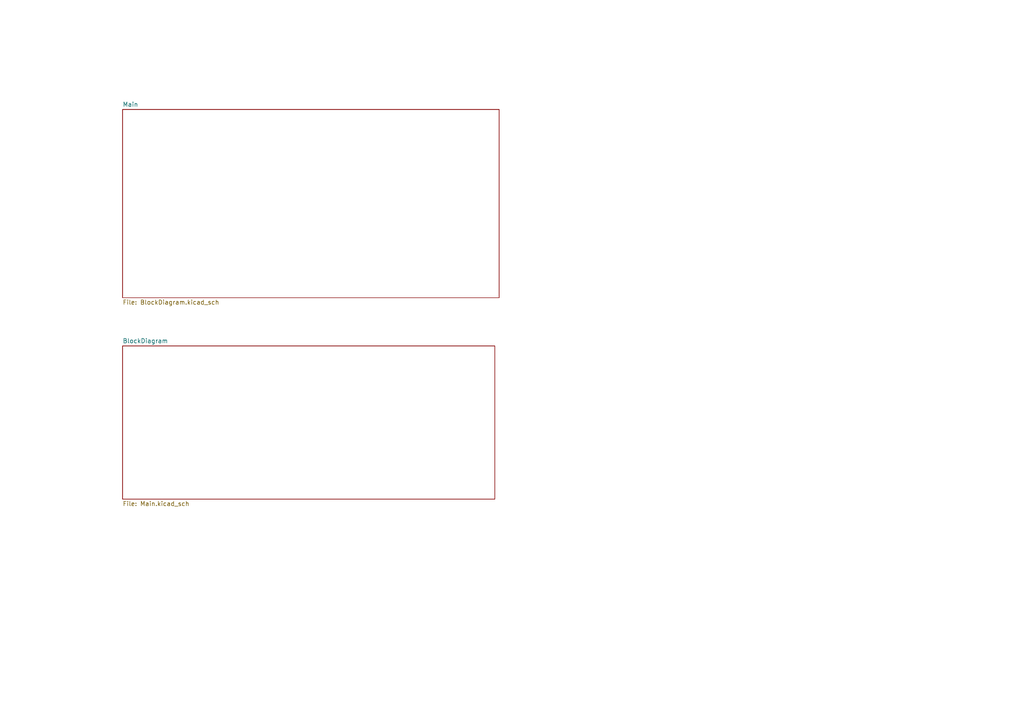
<source format=kicad_sch>
(kicad_sch (version 20230121) (generator eeschema)
  (paper "A4")
  (lib_symbols)
  (sheet (at 35.56 31.75) (size 109.22 54.61) (stroke (width 0.1524))
    (property "Sheetname" "Main" (at 35.56 31.0384 0) (effects (justify left bottom)))
    (property "Sheetfile" "BlockDiagram.kicad_sch" (at 35.56 86.9446 0) (effects (justify left top)))
  )
  (sheet (at 35.56 100.33) (size 107.95 44.45) (stroke (width 0.1524))
    (property "Sheetname" "BlockDiagram" (at 35.56 99.6184 0) (effects (justify left bottom)))
    (property "Sheetfile" "Main.kicad_sch" (at 35.56 145.3646 0) (effects (justify left top)))
  )
)
</source>
